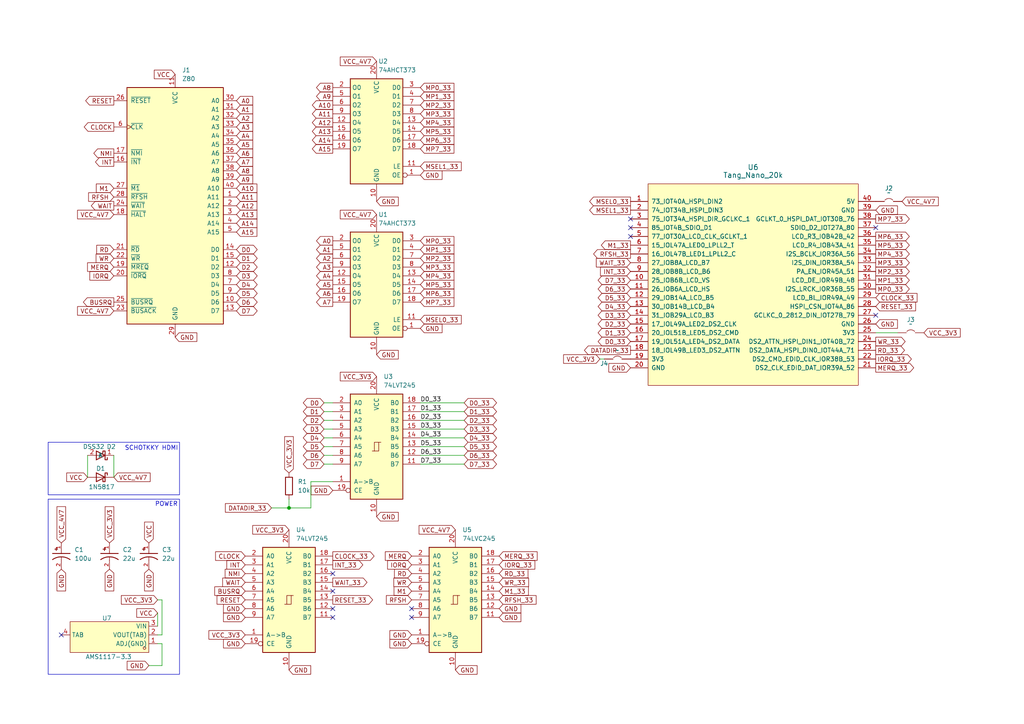
<source format=kicad_sch>
(kicad_sch (version 20231120) (generator "eeschema") (generator_version "8.0")
  (paper "A4")
  (title_block (title "MSX Goa'uld Rev4") (date "2024-05-28"))
  (lib_symbols
    (symbol "74xx:74AHCT373"
      (property "Reference" "U" (at -7.62 16.51 0))
      (property "Value" "74AHCT373" (at -7.62 -16.51 0))
      (symbol "74AHCT373_1_0"
        (pin input inverted (at -12.7 -12.7 0) (length 5.08) (name "OE") (number "1"))
        (pin power_in line (at 0 -20.32 90) (length 5.08) (name "GND") (number "10"))
        (pin input line (at -12.7 -10.16 0) (length 5.08) (name "LE") (number "11"))
        (pin tri_state line (at 12.7 2.54 180) (length 5.08) (name "O4") (number "12"))
        (pin input line (at -12.7 2.54 0) (length 5.08) (name "D4") (number "13"))
        (pin input line (at -12.7 0 0) (length 5.08) (name "D5") (number "14"))
        (pin tri_state line (at 12.7 0 180) (length 5.08) (name "O5") (number "15"))
        (pin tri_state line (at 12.7 -2.54 180) (length 5.08) (name "O6") (number "16"))
        (pin input line (at -12.7 -2.54 0) (length 5.08) (name "D6") (number "17"))
        (pin input line (at -12.7 -5.08 0) (length 5.08) (name "D7") (number "18"))
        (pin tri_state line (at 12.7 -5.08 180) (length 5.08) (name "O7") (number "19"))
        (pin tri_state line (at 12.7 12.7 180) (length 5.08) (name "O0") (number "2"))
        (pin power_in line (at 0 20.32 270) (length 5.08) (name "VCC") (number "20"))
        (pin input line (at -12.7 12.7 0) (length 5.08) (name "D0") (number "3"))
        (pin input line (at -12.7 10.16 0) (length 5.08) (name "D1") (number "4"))
        (pin tri_state line (at 12.7 10.16 180) (length 5.08) (name "O1") (number "5"))
        (pin tri_state line (at 12.7 7.62 180) (length 5.08) (name "O2") (number "6"))
        (pin input line (at -12.7 7.62 0) (length 5.08) (name "D2") (number "7"))
        (pin input line (at -12.7 5.08 0) (length 5.08) (name "D3") (number "8"))
        (pin tri_state line (at 12.7 5.08 180) (length 5.08) (name "O3") (number "9"))
      )
      (symbol "74AHCT373_1_1"
        (rectangle (start -7.62 15.24) (end 7.62 -15.24) (stroke (width 0.254)) (fill (type background)))
      )
    )
    (symbol "CPU:Z80CPU" (pin_names (offset 1.016))
      (property "Reference" "U" (at -13.97 35.56 0))
      (property "Value" "Z80CPU" (at 6.35 35.56 0))
      (symbol "Z80CPU_0_1"
        (rectangle (start -13.97 34.29) (end 13.97 -34.29) (stroke (width 0.254)) (fill (type background)))
      )
      (symbol "Z80CPU_1_1"
        (pin output line (at 17.78 2.54 180) (length 3.81) (name "A11") (number "1"))
        (pin bidirectional line (at 17.78 -27.94 180) (length 3.81) (name "D6") (number "10"))
        (pin power_in line (at 0 38.1 270) (length 3.81) (name "VCC") (number "11"))
        (pin bidirectional line (at 17.78 -17.78 180) (length 3.81) (name "D2") (number "12"))
        (pin bidirectional line (at 17.78 -30.48 180) (length 3.81) (name "D7") (number "13"))
        (pin bidirectional line (at 17.78 -12.7 180) (length 3.81) (name "D0") (number "14"))
        (pin bidirectional line (at 17.78 -15.24 180) (length 3.81) (name "D1") (number "15"))
        (pin input line (at -17.78 12.7 0) (length 3.81) (name "~{INT}") (number "16"))
        (pin input line (at -17.78 15.24 0) (length 3.81) (name "~{NMI}") (number "17"))
        (pin output line (at -17.78 -2.54 0) (length 3.81) (name "~{HALT}") (number "18"))
        (pin output line (at -17.78 -17.78 0) (length 3.81) (name "~{MREQ}") (number "19"))
        (pin output line (at 17.78 0 180) (length 3.81) (name "A12") (number "2"))
        (pin output line (at -17.78 -20.32 0) (length 3.81) (name "~{IORQ}") (number "20"))
        (pin output line (at -17.78 -12.7 0) (length 3.81) (name "~{RD}") (number "21"))
        (pin output line (at -17.78 -15.24 0) (length 3.81) (name "~{WR}") (number "22"))
        (pin output line (at -17.78 -30.48 0) (length 3.81) (name "~{BUSACK}") (number "23"))
        (pin input line (at -17.78 0 0) (length 3.81) (name "~{WAIT}") (number "24"))
        (pin input line (at -17.78 -27.94 0) (length 3.81) (name "~{BUSRQ}") (number "25"))
        (pin input line (at -17.78 30.48 0) (length 3.81) (name "~{RESET}") (number "26"))
        (pin output line (at -17.78 5.08 0) (length 3.81) (name "~{M1}") (number "27"))
        (pin output line (at -17.78 2.54 0) (length 3.81) (name "~{RFSH}") (number "28"))
        (pin power_in line (at 0 -38.1 90) (length 3.81) (name "GND") (number "29"))
        (pin output line (at 17.78 -2.54 180) (length 3.81) (name "A13") (number "3"))
        (pin output line (at 17.78 30.48 180) (length 3.81) (name "A0") (number "30"))
        (pin output line (at 17.78 27.94 180) (length 3.81) (name "A1") (number "31"))
        (pin output line (at 17.78 25.4 180) (length 3.81) (name "A2") (number "32"))
        (pin output line (at 17.78 22.86 180) (length 3.81) (name "A3") (number "33"))
        (pin output line (at 17.78 20.32 180) (length 3.81) (name "A4") (number "34"))
        (pin output line (at 17.78 17.78 180) (length 3.81) (name "A5") (number "35"))
        (pin output line (at 17.78 15.24 180) (length 3.81) (name "A6") (number "36"))
        (pin output line (at 17.78 12.7 180) (length 3.81) (name "A7") (number "37"))
        (pin output line (at 17.78 10.16 180) (length 3.81) (name "A8") (number "38"))
        (pin output line (at 17.78 7.62 180) (length 3.81) (name "A9") (number "39"))
        (pin output line (at 17.78 -5.08 180) (length 3.81) (name "A14") (number "4"))
        (pin output line (at 17.78 5.08 180) (length 3.81) (name "A10") (number "40"))
        (pin output line (at 17.78 -7.62 180) (length 3.81) (name "A15") (number "5"))
        (pin input clock (at -17.78 22.86 0) (length 3.81) (name "~{CLK}") (number "6"))
        (pin bidirectional line (at 17.78 -22.86 180) (length 3.81) (name "D4") (number "7"))
        (pin bidirectional line (at 17.78 -20.32 180) (length 3.81) (name "D3") (number "8"))
        (pin bidirectional line (at 17.78 -25.4 180) (length 3.81) (name "D5") (number "9"))
      )
    )
    (symbol "Device:R" (pin_numbers hide) (pin_names (offset 0))
      (property "Reference" "R" (at 2.032 0 90))
      (property "Value" "R" (at 0 0 90))
      (symbol "R_0_1"
        (rectangle (start -1.016 -2.54) (end 1.016 2.54) (stroke (width 0.254)))
      )
      (symbol "R_1_1"
        (pin passive line (at 0 3.81 270) (length 1.27) (name "~") (number "1"))
        (pin passive line (at 0 -3.81 90) (length 1.27) (name "~") (number "2"))
      )
    )
    (symbol "Diode:1N5817" (pin_numbers hide) (pin_names (offset 1.016) hide)
      (property "Reference" "D" (at 0 2.54 0))
      (property "Value" "1N5817" (at 0 -2.54 0))
      (symbol "1N5817_0_1"
        (polyline (pts (xy 1.27 0) (xy -1.27 0)))
        (polyline (pts (xy 1.27 1.27) (xy 1.27 -1.27) (xy -1.27 0) (xy 1.27 1.27)) (stroke (width 0.254)))
        (polyline (pts (xy -1.905 0.635) (xy -1.905 1.27) (xy -1.27 1.27) (xy -1.27 -1.27) (xy -0.635 -1.27) (xy -0.635 -0.635)) (stroke (width 0.254)))
      )
      (symbol "1N5817_1_1"
        (pin passive line (at -3.81 0 0) (length 2.54) (name "K") (number "1"))
        (pin passive line (at 3.81 0 180) (length 2.54) (name "A") (number "2"))
      )
    )
    (symbol "Mi_libreria:20SVPK680M" (pin_names (offset 1.016))
      (property "Reference" "C" (at -2.54 3.81 0))
      (property "Value" "20SVPK680M" (at -2.54 -5.08 0))
      (symbol "20SVPK680M_0_0"
        (rectangle (start -1.173 -1.532) (end -0.284 -1.405) (stroke (width 0.1)) (fill (type outline)))
        (rectangle (start -0.792 -1.913) (end -0.665 -1.024) (stroke (width 0.1)) (fill (type outline)))
        (polyline (pts (xy 0 0) (xy 0.508 0)) (stroke (width 0.1524)))
        (polyline (pts (xy 0.508 0) (xy 0.508 -2.54)) (stroke (width 0.254)))
        (polyline (pts (xy 0.508 2.54) (xy 0.508 0)) (stroke (width 0.254)))
        (polyline (pts (xy 2.54 0) (xy 1.524 0)) (stroke (width 0.1524)))
        (arc (start 2.286 2.54) (mid 1.4851 0) (end 2.286 -2.54) (stroke (width 0.254)))
        (pin passive line (at -2.54 0 0) (length 2.54) (name "~") (number "1"))
        (pin passive line (at 5.08 0 180) (length 2.54) (name "~") (number "2"))
      )
    )
    (symbol "Mi_libreria:SN74LVC245AN" (pin_names (offset 1.016))
      (property "Reference" "U" (at -7.62 16.51 0))
      (property "Value" "SN74LVC245AN" (at -7.62 -16.51 0))
      (symbol "SN74LVC245AN_1_0"
        (polyline (pts (xy -0.635 -1.27) (xy -0.635 1.27) (xy 0.635 1.27)))
        (polyline (pts (xy -1.27 -1.27) (xy 0.635 -1.27) (xy 0.635 1.27) (xy 1.27 1.27)))
        (pin input line (at -12.7 -10.16 0) (length 5.08) (name "A->B") (number "1"))
        (pin power_in line (at 0 -20.32 90) (length 5.08) (name "GND") (number "10"))
        (pin tri_state line (at 12.7 -5.08 180) (length 5.08) (name "B7") (number "11"))
        (pin tri_state line (at 12.7 -2.54 180) (length 5.08) (name "B6") (number "12"))
        (pin tri_state line (at 12.7 0 180) (length 5.08) (name "B5") (number "13"))
        (pin tri_state line (at 12.7 2.54 180) (length 5.08) (name "B4") (number "14"))
        (pin tri_state line (at 12.7 5.08 180) (length 5.08) (name "B3") (number "15"))
        (pin tri_state line (at 12.7 7.62 180) (length 5.08) (name "B2") (number "16"))
        (pin tri_state line (at 12.7 10.16 180) (length 5.08) (name "B1") (number "17"))
        (pin tri_state line (at 12.7 12.7 180) (length 5.08) (name "B0") (number "18"))
        (pin input inverted (at -12.7 -12.7 0) (length 5.08) (name "CE") (number "19"))
        (pin tri_state line (at -12.7 12.7 0) (length 5.08) (name "A0") (number "2"))
        (pin power_in line (at 0 20.32 270) (length 5.08) (name "VCC") (number "20"))
        (pin tri_state line (at -12.7 10.16 0) (length 5.08) (name "A1") (number "3"))
        (pin tri_state line (at -12.7 7.62 0) (length 5.08) (name "A2") (number "4"))
        (pin tri_state line (at -12.7 5.08 0) (length 5.08) (name "A3") (number "5"))
        (pin tri_state line (at -12.7 2.54 0) (length 5.08) (name "A4") (number "6"))
        (pin tri_state line (at -12.7 0 0) (length 5.08) (name "A5") (number "7"))
        (pin tri_state line (at -12.7 -2.54 0) (length 5.08) (name "A6") (number "8"))
        (pin tri_state line (at -12.7 -5.08 0) (length 5.08) (name "A7") (number "9"))
      )
      (symbol "SN74LVC245AN_1_1"
        (rectangle (start -7.62 15.24) (end 7.62 -15.24) (stroke (width 0.254)) (fill (type background)))
      )
    )
    (symbol "goauld-rev3:AMS1117-3.3_C347222"
      (property "Reference" "U" (at 0 7.62 0))
      (property "Value" "AMS1117-3.3_C347222" (at 0 -7.62 0))
      (symbol "AMS1117-3.3_C347222_0_1"
        (rectangle (start -12.7 5.08) (end 10.16 -3.81) (fill (type background)))
        (circle (center -11.43 3.81) (radius 0.38))
        (pin unspecified line (at -15.24 2.54 0) (length 2.54) (name "ADJ(GND)") (number "1"))
        (pin unspecified line (at -15.24 0 0) (length 2.54) (name "VOUT(TAB)") (number "2"))
        (pin unspecified line (at -15.24 -2.54 0) (length 2.54) (name "VIN") (number "3"))
        (pin unspecified line (at 12.7 0 180) (length 2.54) (name "TAB") (number "4"))
      )
    )
    (symbol "goauld-rev3:JUMPER" (pin_numbers hide) (pin_names (offset 0) hide)
      (property "Reference" "J" (at -2.286 -1.016 0))
      (symbol "JUMPER_0_1"
        (arc (start 1.143 0.381) (mid 0 0.8544) (end -1.143 0.381))
      )
      (symbol "JUMPER_1_1"
        (pin passive line (at -3.81 0 0) (length 2.54) (name "1") (number "1"))
        (pin passive line (at 3.81 0 180) (length 2.54) (name "2") (number "2"))
      )
    )
    (symbol "goauld-rev3:SCHOTTKY"
      (property "Reference" "D" (at 0 0 0))
      (symbol "SCHOTTKY_0_1"
        (polyline (pts (xy 1.27 -2.54) (xy -1.27 -2.54)))
        (polyline (pts (xy 1.27 -1.27) (xy 1.27 -3.81) (xy -1.27 -2.54) (xy 1.27 -1.27)) (stroke (width 0.254)))
        (polyline (pts (xy -1.905 -1.905) (xy -1.905 -1.27) (xy -1.27 -1.27) (xy -1.27 -3.81) (xy -0.635 -3.81) (xy -0.635 -3.175)) (stroke (width 0.254)))
      )
      (symbol "SCHOTTKY_1_1"
        (pin passive line (at -3.81 -2.54 0) (length 2.54) (name "K") (number "1"))
        (pin passive line (at 3.81 -2.54 180) (length 2.54) (name "A") (number "2"))
      )
    )
    (symbol "goauld-rev3:SMD_CAP_10V" (pin_names (offset 1.016))
      (property "Reference" "C" (at 3.048 -2.286 0))
      (symbol "SMD_CAP_10V_0_0"
        (rectangle (start -1.173 -1.532) (end -0.284 -1.405) (stroke (width 0.1)) (fill (type outline)))
        (rectangle (start -0.792 -1.913) (end -0.665 -1.024) (stroke (width 0.1)) (fill (type outline)))
        (polyline (pts (xy 0 0) (xy 0.508 0)) (stroke (width 0.1524)))
        (polyline (pts (xy 0.508 0) (xy 0.508 -2.54)) (stroke (width 0.254)))
        (polyline (pts (xy 0.508 2.54) (xy 0.508 0)) (stroke (width 0.254)))
        (polyline (pts (xy 2.54 0) (xy 1.524 0)) (stroke (width 0.1524)))
        (arc (start 2.286 2.54) (mid 1.4851 0) (end 2.286 -2.54) (stroke (width 0.254)))
        (pin passive line (at 5.08 0 180) (length 2.54) (name "~") (number "2"))
      )
      (symbol "SMD_CAP_10V_1_0"
        (pin passive line (at -2.54 0 0) (length 2.54) (name "") (number "1"))
      )
    )
    (symbol "goauld-rev3:Tang_Nano_20k" (pin_names (offset 1.016))
      (property "Reference" "U" (at -11.938 28.448 0))
      (property "Value" "Tang_Nano_20k" (at -6.35 28.702 0))
      (symbol "Tang_Nano_20k_1_0"
        (pin bidirectional line (at -35.56 22.86 0) (length 5) (name "73_IOT40A_HSPI_DIN2") (number "1"))
        (pin bidirectional line (at -35.56 0 0) (length 5) (name "25_IOB6B_LCD_VS") (number "10"))
        (pin bidirectional line (at -35.56 -2.54 0) (length 5) (name "26_IOB6A_LCD_HS") (number "11"))
        (pin bidirectional line (at -35.56 -5.08 0) (length 5) (name "29_IOB14A_LCD_B5") (number "12"))
        (pin bidirectional line (at -35.56 -7.62 0) (length 5) (name "30_IOB14B_LCD_B4") (number "13"))
        (pin bidirectional line (at -35.56 -10.16 0) (length 5) (name "31_IOB29A_LCD_B3") (number "14"))
        (pin bidirectional line (at -35.56 -12.7 0) (length 5) (name "17_IOL49A_LED2_DS2_CLK") (number "15"))
        (pin bidirectional line (at -35.56 -15.24 0) (length 5) (name "20_IOL51B_LED5_DS2_CMD") (number "16"))
        (pin bidirectional line (at -35.56 -17.78 0) (length 5) (name "19_IOL51A_LED4_DS2_DATA") (number "17"))
        (pin bidirectional line (at -35.56 -20.32 0) (length 5) (name "18_IOL49B_LED3_DS2_ATTN") (number "18"))
        (pin bidirectional line (at -35.56 -22.86 0) (length 5) (name "3V3") (number "19"))
        (pin bidirectional line (at -35.56 20.32 0) (length 5) (name "74_IOT34B_HSPI_DIN3") (number "2"))
        (pin bidirectional line (at -35.56 -25.4 0) (length 5) (name "GND") (number "20"))
        (pin bidirectional line (at 35.56 -25.4 180) (length 5) (name "DS2_CLK_EDID_DAT_IOR39A_52") (number "21"))
        (pin bidirectional line (at 35.56 -22.86 180) (length 5) (name "DS2_CMD_EDID_CLK_IOR38B_53") (number "22"))
        (pin bidirectional line (at 35.56 -20.32 180) (length 5) (name "DS2_DATA_HSPI_DIN0_IOT44A_71") (number "23"))
        (pin bidirectional line (at 35.56 -17.78 180) (length 5) (name "DS2_ATTN_HSPI_DIN1_IOT40B_72") (number "24"))
        (pin bidirectional line (at 35.56 -15.24 180) (length 5) (name "3V3") (number "25"))
        (pin bidirectional line (at 35.56 -12.7 180) (length 5) (name "GND") (number "26"))
        (pin bidirectional line (at 35.56 -10.16 180) (length 5) (name "GCLKC_0_2812_DIN_IOT27B_79") (number "27"))
        (pin bidirectional line (at 35.56 -7.62 180) (length 5) (name "HSPI_CSN_IOT4A_86") (number "28"))
        (pin bidirectional line (at 35.56 -5.08 180) (length 5) (name "LCD_BL_IOR49A_49") (number "29"))
        (pin bidirectional line (at -35.56 17.78 0) (length 5) (name "75_IOT34A_HSPI_DIR_GCLKC_1") (number "3"))
        (pin bidirectional line (at 35.56 -2.54 180) (length 5) (name "I2S_LRCK_IOR36B_55") (number "30"))
        (pin bidirectional line (at 35.56 0 180) (length 5) (name "LCD_DE_IOR49B_48") (number "31"))
        (pin bidirectional line (at 35.56 2.54 180) (length 5) (name "PA_EN_IOR45A_51") (number "32"))
        (pin bidirectional line (at 35.56 5.08 180) (length 5) (name "I2S_DIN_IOR38A_54") (number "33"))
        (pin bidirectional line (at 35.56 7.62 180) (length 5) (name "I2S_BCLK_IOR36A_56") (number "34"))
        (pin bidirectional line (at 35.56 10.16 180) (length 5) (name "LCD_R4_IOB43A_41") (number "35"))
        (pin bidirectional line (at 35.56 12.7 180) (length 5) (name "LCD_R3_IOB42B_42") (number "36"))
        (pin bidirectional line (at 35.56 15.24 180) (length 5) (name "SDIO_D2_IOT27A_80") (number "37"))
        (pin bidirectional line (at 35.56 17.78 180) (length 5) (name "GCLKT_0_HSPI_DAT_IOT30B_76") (number "38"))
        (pin bidirectional line (at 35.56 20.32 180) (length 5) (name "GND") (number "39"))
        (pin bidirectional line (at -35.56 15.24 0) (length 5) (name "85_IOT4B_SDIO_D1") (number "4"))
        (pin bidirectional line (at 35.56 22.86 180) (length 5) (name "5V") (number "40"))
        (pin bidirectional line (at -35.56 12.7 0) (length 5) (name "77_IOT30A_LCD_CLK_GCLKT_1") (number "5"))
        (pin bidirectional line (at -35.56 10.16 0) (length 5) (name "15_IOL47A_LED0_LPLL2_T") (number "6"))
        (pin bidirectional line (at -35.56 7.62 0) (length 5) (name "16_IOL47B_LED1_LPLL2_C") (number "7"))
        (pin bidirectional line (at -35.56 5.08 0) (length 5) (name "27_IOB8A_LCD_B7") (number "8"))
        (pin bidirectional line (at -35.56 2.54 0) (length 5) (name "28_IOB8B_LCD_B6") (number "9"))
      )
      (symbol "Tang_Nano_20k_1_1"
        (rectangle (start -30.48 27.94) (end 30.48 -30.48) (fill (type background)))
      )
    )
  )
  (junction (at 83.82 147.32))
  (no_connect (at 17.78 184.15))
  (no_connect (at 254 91.44))
  (no_connect (at 182.88 63.5))
  (no_connect (at 254 66.04))
  (no_connect (at 96.52 179.07))
  (no_connect (at 119.38 179.07))
  (no_connect (at 182.88 68.58))
  (no_connect (at 96.52 171.45))
  (no_connect (at 182.88 66.04))
  (no_connect (at 96.52 166.37))
  (no_connect (at 96.52 176.53))
  (no_connect (at 119.38 176.53))
  (wire (pts (xy 93.98 132.08) (xy 96.52 132.08)))
  (wire (pts (xy 93.98 116.84) (xy 96.52 116.84)))
  (wire (pts (xy 121.92 134.62) (xy 134.62 134.62)))
  (wire (pts (xy 121.92 124.46) (xy 134.62 124.46)))
  (wire (pts (xy 121.92 116.84) (xy 134.62 116.84)))
  (wire (pts (xy 93.98 134.62) (xy 96.52 134.62)))
  (wire (pts (xy 121.92 132.08) (xy 134.62 132.08)))
  (wire (pts (xy 93.98 129.54) (xy 96.52 129.54)))
  (wire (pts (xy 46.99 186.69) (xy 46.99 193.04)))
  (wire (pts (xy 121.92 121.92) (xy 134.62 121.92)))
  (wire (pts (xy 45.72 186.69) (xy 46.99 186.69)))
  (wire (pts (xy 45.72 177.8) (xy 45.72 181.61)))
  (wire (pts (xy 121.92 129.54) (xy 134.62 129.54)))
  (wire (pts (xy 46.99 184.15) (xy 45.72 184.15)))
  (wire (pts (xy 25.4 132.08) (xy 25.4 138.43)))
  (wire (pts (xy 93.98 127) (xy 96.52 127)))
  (wire (pts (xy 121.92 127) (xy 134.62 127)))
  (wire (pts (xy 254 96.52) (xy 260.35 96.52)))
  (wire (pts (xy 46.99 193.04) (xy 43.18 193.04)))
  (wire (pts (xy 173.99 104.14) (xy 175.26 104.14)))
  (wire (pts (xy 46.99 173.99) (xy 46.99 184.15)))
  (wire (pts (xy 90.17 139.7) (xy 90.17 147.32)))
  (wire (pts (xy 93.98 121.92) (xy 96.52 121.92)))
  (wire (pts (xy 90.17 139.7) (xy 96.52 139.7)))
  (wire (pts (xy 93.98 119.38) (xy 96.52 119.38)))
  (wire (pts (xy 93.98 124.46) (xy 96.52 124.46)))
  (wire (pts (xy 83.82 144.78) (xy 83.82 147.32)))
  (wire (pts (xy 45.72 173.99) (xy 46.99 173.99)))
  (wire (pts (xy 121.92 119.38) (xy 134.62 119.38)))
  (wire (pts (xy 33.02 132.08) (xy 33.02 138.43)))
  (wire (pts (xy 78.74 147.32) (xy 83.82 147.32)))
  (wire (pts (xy 83.82 147.32) (xy 90.17 147.32)))
  (rectangle (start 13.97 128.27) (end 52.07 143.51))
  (rectangle (start 13.97 144.78) (end 52.07 195.58))
  (text "SCHOTKKY HDMI" (at 43.942 130.048 0) (effects (font (size 1.27 1.27))))
  (text "POWER" (at 48.26 146.304 0) (effects (font (size 1.27 1.27))))
  (label "D0_33" (at 121.92 116.84 0))
  (label "D5_33" (at 121.92 129.54 0))
  (label "D4_33" (at 121.92 127 0))
  (label "D6_33" (at 121.92 132.08 0))
  (label "D3_33" (at 121.92 124.46 0))
  (label "D7_33" (at 121.92 134.62 0))
  (label "D2_33" (at 121.92 121.92 0))
  (label "D1_33" (at 121.92 119.38 0))
  (global_label "GND" (shape input) (at 109.22 58.42 0) (property "Intersheetrefs" "${INTERSHEET_REFS}" (effects (hide yes))))
  (global_label "GND" (shape input) (at 182.88 106.68 180) (property "Intersheetrefs" "${INTERSHEET_REFS}" (effects (hide yes))))
  (global_label "MP1_33" (shape input) (at 121.92 27.94 0) (property "Intersheetrefs" "${INTERSHEET_REFS}" (effects (hide yes))))
  (global_label "D1" (shape bidirectional) (at 68.58 74.93 0) (property "Intersheetrefs" "${INTERSHEET_REFS}" (effects (hide yes))))
  (global_label "D4" (shape bidirectional) (at 68.58 82.55 0) (property "Intersheetrefs" "${INTERSHEET_REFS}" (effects (hide yes))))
  (global_label "MP4_33" (shape input) (at 121.92 35.56 0) (property "Intersheetrefs" "${INTERSHEET_REFS}" (effects (hide yes))))
  (global_label "GND" (shape input) (at 31.75 165.1 270) (property "Intersheetrefs" "${INTERSHEET_REFS}" (effects (hide yes))))
  (global_label "MP3_33" (shape input) (at 121.92 33.02 0) (property "Intersheetrefs" "${INTERSHEET_REFS}" (effects (hide yes))))
  (global_label "MP0_33" (shape input) (at 121.92 25.4 0) (property "Intersheetrefs" "${INTERSHEET_REFS}" (effects (hide yes))))
  (global_label "WAIT_33" (shape output) (at 96.52 168.91 0) (property "Intersheetrefs" "${INTERSHEET_REFS}" (effects (hide yes))))
  (global_label "VCC_4V7" (shape input) (at 33.02 62.23 180) (property "Intersheetrefs" "${INTERSHEET_REFS}" (effects (hide yes))))
  (global_label "BUSRQ" (shape input) (at 71.12 171.45 180) (property "Intersheetrefs" "${INTERSHEET_REFS}" (effects (hide yes))))
  (global_label "WR" (shape input) (at 33.02 74.93 180) (property "Intersheetrefs" "${INTERSHEET_REFS}" (effects (hide yes))))
  (global_label "GND" (shape input) (at 121.92 95.25 0) (property "Intersheetrefs" "${INTERSHEET_REFS}" (effects (hide yes))))
  (global_label "GND" (shape input) (at 17.78 165.1 270) (property "Intersheetrefs" "${INTERSHEET_REFS}" (effects (hide yes))))
  (global_label "RD_33" (shape input) (at 144.78 166.37 0) (property "Intersheetrefs" "${INTERSHEET_REFS}" (effects (hide yes))))
  (global_label "VCC" (shape input) (at 43.18 157.48 90) (property "Intersheetrefs" "${INTERSHEET_REFS}" (effects (hide yes))))
  (global_label "GND" (shape input) (at 43.18 193.04 180) (property "Intersheetrefs" "${INTERSHEET_REFS}" (effects (hide yes))))
  (global_label "MP6_33" (shape output) (at 254 68.58 0) (property "Intersheetrefs" "${INTERSHEET_REFS}" (effects (hide yes))))
  (global_label "A2" (shape input) (at 68.58 34.29 0) (property "Intersheetrefs" "${INTERSHEET_REFS}" (effects (hide yes))))
  (global_label "D3" (shape bidirectional) (at 93.98 124.46 180) (property "Intersheetrefs" "${INTERSHEET_REFS}" (effects (hide yes))))
  (global_label "VCC_4V7" (shape input) (at 132.08 153.67 180) (property "Intersheetrefs" "${INTERSHEET_REFS}" (effects (hide yes))))
  (global_label "IORQ_33" (shape input) (at 144.78 163.83 0) (property "Intersheetrefs" "${INTERSHEET_REFS}" (effects (hide yes))))
  (global_label "MERQ_33" (shape input) (at 144.78 161.29 0) (property "Intersheetrefs" "${INTERSHEET_REFS}" (effects (hide yes))))
  (global_label "VCC_4V7" (shape input) (at 33.02 90.17 180) (property "Intersheetrefs" "${INTERSHEET_REFS}" (effects (hide yes))))
  (global_label "A4" (shape input) (at 68.58 39.37 0) (property "Intersheetrefs" "${INTERSHEET_REFS}" (effects (hide yes))))
  (global_label "A5" (shape input) (at 68.58 41.91 0) (property "Intersheetrefs" "${INTERSHEET_REFS}" (effects (hide yes))))
  (global_label "CLOCK_33" (shape output) (at 96.52 161.29 0) (property "Intersheetrefs" "${INTERSHEET_REFS}" (effects (hide yes))))
  (global_label "RD" (shape input) (at 33.02 72.39 180) (property "Intersheetrefs" "${INTERSHEET_REFS}" (effects (hide yes))))
  (global_label "A8" (shape output) (at 96.52 25.4 180) (property "Intersheetrefs" "${INTERSHEET_REFS}" (effects (hide yes))))
  (global_label "GND" (shape input) (at 119.38 184.15 180) (property "Intersheetrefs" "${INTERSHEET_REFS}" (effects (hide yes))))
  (global_label "A0" (shape input) (at 68.58 29.21 0) (property "Intersheetrefs" "${INTERSHEET_REFS}" (effects (hide yes))))
  (global_label "MP6_33" (shape input) (at 121.92 40.64 0) (property "Intersheetrefs" "${INTERSHEET_REFS}" (effects (hide yes))))
  (global_label "A13" (shape input) (at 68.58 62.23 0) (property "Intersheetrefs" "${INTERSHEET_REFS}" (effects (hide yes))))
  (global_label "D2" (shape bidirectional) (at 68.58 77.47 0) (property "Intersheetrefs" "${INTERSHEET_REFS}" (effects (hide yes))))
  (global_label "GND" (shape input) (at 43.18 165.1 270) (property "Intersheetrefs" "${INTERSHEET_REFS}" (effects (hide yes))))
  (global_label "A9" (shape input) (at 68.58 52.07 0) (property "Intersheetrefs" "${INTERSHEET_REFS}" (effects (hide yes))))
  (global_label "D6_33" (shape bidirectional) (at 134.62 132.08 0) (property "Intersheetrefs" "${INTERSHEET_REFS}" (effects (hide yes))))
  (global_label "D0" (shape bidirectional) (at 93.98 116.84 180) (property "Intersheetrefs" "${INTERSHEET_REFS}" (effects (hide yes))))
  (global_label "GND" (shape input) (at 50.8 97.79 0) (property "Intersheetrefs" "${INTERSHEET_REFS}" (effects (hide yes))))
  (global_label "RFSH_33" (shape input) (at 144.78 173.99 0) (property "Intersheetrefs" "${INTERSHEET_REFS}" (effects (hide yes))))
  (global_label "M1_33" (shape output) (at 182.88 71.12 180) (property "Intersheetrefs" "${INTERSHEET_REFS}" (effects (hide yes))))
  (global_label "D4_33" (shape bidirectional) (at 182.88 88.9 180) (property "Intersheetrefs" "${INTERSHEET_REFS}" (effects (hide yes))))
  (global_label "MERQ_33" (shape output) (at 254 106.68 0) (property "Intersheetrefs" "${INTERSHEET_REFS}" (effects (hide yes))))
  (global_label "A15" (shape input) (at 68.58 67.31 0) (property "Intersheetrefs" "${INTERSHEET_REFS}" (effects (hide yes))))
  (global_label "D0_33" (shape bidirectional) (at 134.62 116.84 0) (property "Intersheetrefs" "${INTERSHEET_REFS}" (effects (hide yes))))
  (global_label "D1_33" (shape bidirectional) (at 182.88 96.52 180) (property "Intersheetrefs" "${INTERSHEET_REFS}" (effects (hide yes))))
  (global_label "MP2_33" (shape input) (at 121.92 30.48 0) (property "Intersheetrefs" "${INTERSHEET_REFS}" (effects (hide yes))))
  (global_label "VCC_3V3" (shape input) (at 45.72 173.99 180) (property "Intersheetrefs" "${INTERSHEET_REFS}" (effects (hide yes))))
  (global_label "GND" (shape input) (at 71.12 186.69 180) (property "Intersheetrefs" "${INTERSHEET_REFS}" (effects (hide yes))))
  (global_label "A13" (shape output) (at 96.52 38.1 180) (property "Intersheetrefs" "${INTERSHEET_REFS}" (effects (hide yes))))
  (global_label "VCC_4V7" (shape input) (at 109.22 17.78 180) (property "Intersheetrefs" "${INTERSHEET_REFS}" (effects (hide yes))))
  (global_label "VCC_4V7" (shape input) (at 17.78 157.48 90) (property "Intersheetrefs" "${INTERSHEET_REFS}" (effects (hide yes))))
  (global_label "A7" (shape input) (at 68.58 46.99 0) (property "Intersheetrefs" "${INTERSHEET_REFS}" (effects (hide yes))))
  (global_label "D7" (shape bidirectional) (at 68.58 90.17 0) (property "Intersheetrefs" "${INTERSHEET_REFS}" (effects (hide yes))))
  (global_label "A14" (shape input) (at 68.58 64.77 0) (property "Intersheetrefs" "${INTERSHEET_REFS}" (effects (hide yes))))
  (global_label "CLOCK" (shape input) (at 71.12 161.29 180) (property "Intersheetrefs" "${INTERSHEET_REFS}" (effects (hide yes))))
  (global_label "D4_33" (shape bidirectional) (at 134.62 127 0) (property "Intersheetrefs" "${INTERSHEET_REFS}" (effects (hide yes))))
  (global_label "INT" (shape input) (at 71.12 163.83 180) (property "Intersheetrefs" "${INTERSHEET_REFS}" (effects (hide yes))))
  (global_label "A15" (shape output) (at 96.52 43.18 180) (property "Intersheetrefs" "${INTERSHEET_REFS}" (effects (hide yes))))
  (global_label "VCC_4V7" (shape input) (at 33.02 138.43 0) (property "Intersheetrefs" "${INTERSHEET_REFS}" (effects (hide yes))))
  (global_label "GND" (shape input) (at 254 93.98 0) (property "Intersheetrefs" "${INTERSHEET_REFS}" (effects (hide yes))))
  (global_label "DATADIR_33" (shape output) (at 182.88 101.6 180) (property "Intersheetrefs" "${INTERSHEET_REFS}" (effects (hide yes))))
  (global_label "D4" (shape bidirectional) (at 93.98 127 180) (property "Intersheetrefs" "${INTERSHEET_REFS}" (effects (hide yes))))
  (global_label "D3_33" (shape bidirectional) (at 182.88 91.44 180) (property "Intersheetrefs" "${INTERSHEET_REFS}" (effects (hide yes))))
  (global_label "VCC_3V3" (shape input) (at 109.22 109.22 180) (property "Intersheetrefs" "${INTERSHEET_REFS}" (effects (hide yes))))
  (global_label "A11" (shape output) (at 96.52 33.02 180) (property "Intersheetrefs" "${INTERSHEET_REFS}" (effects (hide yes))))
  (global_label "VCC_3V3" (shape input) (at 31.75 157.48 90) (property "Intersheetrefs" "${INTERSHEET_REFS}" (effects (hide yes))))
  (global_label "NMI" (shape output) (at 33.02 44.45 180) (property "Intersheetrefs" "${INTERSHEET_REFS}" (effects (hide yes))))
  (global_label "MP7_33" (shape input) (at 121.92 43.18 0) (property "Intersheetrefs" "${INTERSHEET_REFS}" (effects (hide yes))))
  (global_label "GND" (shape input) (at 132.08 194.31 0) (property "Intersheetrefs" "${INTERSHEET_REFS}" (effects (hide yes))))
  (global_label "MP5_33" (shape output) (at 254 71.12 0) (property "Intersheetrefs" "${INTERSHEET_REFS}" (effects (hide yes))))
  (global_label "MP7_33" (shape output) (at 254 63.5 0) (property "Intersheetrefs" "${INTERSHEET_REFS}" (effects (hide yes))))
  (global_label "D2_33" (shape bidirectional) (at 134.62 121.92 0) (property "Intersheetrefs" "${INTERSHEET_REFS}" (effects (hide yes))))
  (global_label "VCC" (shape input) (at 50.8 21.59 180) (property "Intersheetrefs" "${INTERSHEET_REFS}" (effects (hide yes))))
  (global_label "RD" (shape input) (at 119.38 166.37 180) (property "Intersheetrefs" "${INTERSHEET_REFS}" (effects (hide yes))))
  (global_label "MERQ" (shape input) (at 119.38 161.29 180) (property "Intersheetrefs" "${INTERSHEET_REFS}" (effects (hide yes))))
  (global_label "D0_33" (shape bidirectional) (at 182.88 99.06 180) (property "Intersheetrefs" "${INTERSHEET_REFS}" (effects (hide yes))))
  (global_label "D7_33" (shape bidirectional) (at 182.88 81.28 180) (property "Intersheetrefs" "${INTERSHEET_REFS}" (effects (hide yes))))
  (global_label "MP7_33" (shape input) (at 121.92 87.63 0) (property "Intersheetrefs" "${INTERSHEET_REFS}" (effects (hide yes))))
  (global_label "WR_33" (shape output) (at 254 99.06 0) (property "Intersheetrefs" "${INTERSHEET_REFS}" (effects (hide yes))))
  (global_label "A14" (shape output) (at 96.52 40.64 180) (property "Intersheetrefs" "${INTERSHEET_REFS}" (effects (hide yes))))
  (global_label "D6_33" (shape bidirectional) (at 182.88 83.82 180) (property "Intersheetrefs" "${INTERSHEET_REFS}" (effects (hide yes))))
  (global_label "A0" (shape output) (at 96.52 69.85 180) (property "Intersheetrefs" "${INTERSHEET_REFS}" (effects (hide yes))))
  (global_label "DATADIR_33" (shape input) (at 78.74 147.32 180) (property "Intersheetrefs" "${INTERSHEET_REFS}" (effects (hide yes))))
  (global_label "A6" (shape output) (at 96.52 85.09 180) (property "Intersheetrefs" "${INTERSHEET_REFS}" (effects (hide yes))))
  (global_label "D6" (shape bidirectional) (at 68.58 87.63 0) (property "Intersheetrefs" "${INTERSHEET_REFS}" (effects (hide yes))))
  (global_label "GND" (shape input) (at 109.22 149.86 0) (property "Intersheetrefs" "${INTERSHEET_REFS}" (effects (hide yes))))
  (global_label "MP2_33" (shape input) (at 121.92 74.93 0) (property "Intersheetrefs" "${INTERSHEET_REFS}" (effects (hide yes))))
  (global_label "MP3_33" (shape output) (at 254 76.2 0) (property "Intersheetrefs" "${INTERSHEET_REFS}" (effects (hide yes))))
  (global_label "WR" (shape input) (at 119.38 168.91 180) (property "Intersheetrefs" "${INTERSHEET_REFS}" (effects (hide yes))))
  (global_label "RESET" (shape output) (at 33.02 29.21 180) (property "Intersheetrefs" "${INTERSHEET_REFS}" (effects (hide yes))))
  (global_label "A3" (shape input) (at 68.58 36.83 0) (property "Intersheetrefs" "${INTERSHEET_REFS}" (effects (hide yes))))
  (global_label "A7" (shape output) (at 96.52 87.63 180) (property "Intersheetrefs" "${INTERSHEET_REFS}" (effects (hide yes))))
  (global_label "VCC_3V3" (shape input) (at 267.97 96.52 0) (property "Intersheetrefs" "${INTERSHEET_REFS}" (effects (hide yes))))
  (global_label "D5_33" (shape bidirectional) (at 182.88 86.36 180) (property "Intersheetrefs" "${INTERSHEET_REFS}" (effects (hide yes))))
  (global_label "IORQ_33" (shape output) (at 254 104.14 0) (property "Intersheetrefs" "${INTERSHEET_REFS}" (effects (hide yes))))
  (global_label "RESET_33" (shape output) (at 96.52 173.99 0) (property "Intersheetrefs" "${INTERSHEET_REFS}" (effects (hide yes))))
  (global_label "MP5_33" (shape input) (at 121.92 38.1 0) (property "Intersheetrefs" "${INTERSHEET_REFS}" (effects (hide yes))))
  (global_label "MP0_33" (shape output) (at 254 83.82 0) (property "Intersheetrefs" "${INTERSHEET_REFS}" (effects (hide yes))))
  (global_label "M1_33" (shape input) (at 144.78 171.45 0) (property "Intersheetrefs" "${INTERSHEET_REFS}" (effects (hide yes))))
  (global_label "GND" (shape input) (at 109.22 102.87 0) (property "Intersheetrefs" "${INTERSHEET_REFS}" (effects (hide yes))))
  (global_label "INT_33" (shape input) (at 182.88 78.74 180) (property "Intersheetrefs" "${INTERSHEET_REFS}" (effects (hide yes))))
  (global_label "A8" (shape input) (at 68.58 49.53 0) (property "Intersheetrefs" "${INTERSHEET_REFS}" (effects (hide yes))))
  (global_label "GND" (shape input) (at 71.12 176.53 180) (property "Intersheetrefs" "${INTERSHEET_REFS}" (effects (hide yes))))
  (global_label "A4" (shape output) (at 96.52 80.01 180) (property "Intersheetrefs" "${INTERSHEET_REFS}" (effects (hide yes))))
  (global_label "WAIT" (shape output) (at 33.02 59.69 180) (property "Intersheetrefs" "${INTERSHEET_REFS}" (effects (hide yes))))
  (global_label "VCC_3V3" (shape input) (at 83.82 137.16 90) (property "Intersheetrefs" "${INTERSHEET_REFS}" (effects (hide yes))))
  (global_label "A3" (shape output) (at 96.52 77.47 180) (property "Intersheetrefs" "${INTERSHEET_REFS}" (effects (hide yes))))
  (global_label "M1" (shape input) (at 119.38 171.45 180) (property "Intersheetrefs" "${INTERSHEET_REFS}" (effects (hide yes))))
  (global_label "D5" (shape bidirectional) (at 93.98 129.54 180) (property "Intersheetrefs" "${INTERSHEET_REFS}" (effects (hide yes))))
  (global_label "A5" (shape output) (at 96.52 82.55 180) (property "Intersheetrefs" "${INTERSHEET_REFS}" (effects (hide yes))))
  (global_label "D2" (shape bidirectional) (at 93.98 121.92 180) (property "Intersheetrefs" "${INTERSHEET_REFS}" (effects (hide yes))))
  (global_label "INT_33" (shape output) (at 96.52 163.83 0) (property "Intersheetrefs" "${INTERSHEET_REFS}" (effects (hide yes))))
  (global_label "D1" (shape bidirectional) (at 93.98 119.38 180) (property "Intersheetrefs" "${INTERSHEET_REFS}" (effects (hide yes))))
  (global_label "MSEL0_33" (shape output) (at 182.88 58.42 180) (property "Intersheetrefs" "${INTERSHEET_REFS}" (effects (hide yes))))
  (global_label "RFSH_33" (shape output) (at 182.88 73.66 180) (property "Intersheetrefs" "${INTERSHEET_REFS}" (effects (hide yes))))
  (global_label "D7" (shape bidirectional) (at 93.98 134.62 180) (property "Intersheetrefs" "${INTERSHEET_REFS}" (effects (hide yes))))
  (global_label "GND" (shape input) (at 144.78 179.07 0) (property "Intersheetrefs" "${INTERSHEET_REFS}" (effects (hide yes))))
  (global_label "CLOCK_33" (shape input) (at 254 86.36 0) (property "Intersheetrefs" "${INTERSHEET_REFS}" (effects (hide yes))))
  (global_label "GND" (shape input) (at 144.78 176.53 0) (property "Intersheetrefs" "${INTERSHEET_REFS}" (effects (hide yes))))
  (global_label "RESET" (shape input) (at 71.12 173.99 180) (property "Intersheetrefs" "${INTERSHEET_REFS}" (effects (hide yes))))
  (global_label "GND" (shape input) (at 71.12 179.07 180) (property "Intersheetrefs" "${INTERSHEET_REFS}" (effects (hide yes))))
  (global_label "WAIT_33" (shape input) (at 182.88 76.2 180) (property "Intersheetrefs" "${INTERSHEET_REFS}" (effects (hide yes))))
  (global_label "A10" (shape output) (at 96.52 30.48 180) (property "Intersheetrefs" "${INTERSHEET_REFS}" (effects (hide yes))))
  (global_label "RESET_33" (shape input) (at 254 88.9 0) (property "Intersheetrefs" "${INTERSHEET_REFS}" (effects (hide yes))))
  (global_label "A6" (shape input) (at 68.58 44.45 0) (property "Intersheetrefs" "${INTERSHEET_REFS}" (effects (hide yes))))
  (global_label "MP1_33" (shape input) (at 121.92 72.39 0) (property "Intersheetrefs" "${INTERSHEET_REFS}" (effects (hide yes))))
  (global_label "VCC" (shape input) (at 25.4 138.43 180) (property "Intersheetrefs" "${INTERSHEET_REFS}" (effects (hide yes))))
  (global_label "A1" (shape output) (at 96.52 72.39 180) (property "Intersheetrefs" "${INTERSHEET_REFS}" (effects (hide yes))))
  (global_label "D3_33" (shape bidirectional) (at 134.62 124.46 0) (property "Intersheetrefs" "${INTERSHEET_REFS}" (effects (hide yes))))
  (global_label "M1" (shape input) (at 33.02 54.61 180) (property "Intersheetrefs" "${INTERSHEET_REFS}" (effects (hide yes))))
  (global_label "INT" (shape output) (at 33.02 46.99 180) (property "Intersheetrefs" "${INTERSHEET_REFS}" (effects (hide yes))))
  (global_label "RFSH" (shape input) (at 119.38 173.99 180) (property "Intersheetrefs" "${INTERSHEET_REFS}" (effects (hide yes))))
  (global_label "D5_33" (shape bidirectional) (at 134.62 129.54 0) (property "Intersheetrefs" "${INTERSHEET_REFS}" (effects (hide yes))))
  (global_label "MP3_33" (shape input) (at 121.92 77.47 0) (property "Intersheetrefs" "${INTERSHEET_REFS}" (effects (hide yes))))
  (global_label "VCC_4V7" (shape input) (at 261.62 58.42 0) (property "Intersheetrefs" "${INTERSHEET_REFS}" (effects (hide yes))))
  (global_label "GND" (shape input) (at 254 60.96 0) (property "Intersheetrefs" "${INTERSHEET_REFS}" (effects (hide yes))))
  (global_label "D0" (shape bidirectional) (at 68.58 72.39 0) (property "Intersheetrefs" "${INTERSHEET_REFS}" (effects (hide yes))))
  (global_label "MP5_33" (shape input) (at 121.92 82.55 0) (property "Intersheetrefs" "${INTERSHEET_REFS}" (effects (hide yes))))
  (global_label "VCC_3V3" (shape input) (at 83.82 153.67 180) (property "Intersheetrefs" "${INTERSHEET_REFS}" (effects (hide yes))))
  (global_label "A2" (shape output) (at 96.52 74.93 180) (property "Intersheetrefs" "${INTERSHEET_REFS}" (effects (hide yes))))
  (global_label "GND" (shape input) (at 119.38 186.69 180) (property "Intersheetrefs" "${INTERSHEET_REFS}" (effects (hide yes))))
  (global_label "D2_33" (shape bidirectional) (at 182.88 93.98 180) (property "Intersheetrefs" "${INTERSHEET_REFS}" (effects (hide yes))))
  (global_label "MERQ" (shape input) (at 33.02 77.47 180) (property "Intersheetrefs" "${INTERSHEET_REFS}" (effects (hide yes))))
  (global_label "IORQ" (shape input) (at 33.02 80.01 180) (property "Intersheetrefs" "${INTERSHEET_REFS}" (effects (hide yes))))
  (global_label "VCC_3V3" (shape input) (at 71.12 184.15 180) (property "Intersheetrefs" "${INTERSHEET_REFS}" (effects (hide yes))))
  (global_label "RFSH" (shape input) (at 33.02 57.15 180) (property "Intersheetrefs" "${INTERSHEET_REFS}" (effects (hide yes))))
  (global_label "GND" (shape input) (at 96.52 142.24 180) (property "Intersheetrefs" "${INTERSHEET_REFS}" (effects (hide yes))))
  (global_label "RD_33" (shape output) (at 254 101.6 0) (property "Intersheetrefs" "${INTERSHEET_REFS}" (effects (hide yes))))
  (global_label "D7_33" (shape bidirectional) (at 134.62 134.62 0) (property "Intersheetrefs" "${INTERSHEET_REFS}" (effects (hide yes))))
  (global_label "MSEL0_33" (shape input) (at 121.92 92.71 0) (property "Intersheetrefs" "${INTERSHEET_REFS}" (effects (hide yes))))
  (global_label "A12" (shape input) (at 68.58 59.69 0) (property "Intersheetrefs" "${INTERSHEET_REFS}" (effects (hide yes))))
  (global_label "D3" (shape bidirectional) (at 68.58 80.01 0) (property "Intersheetrefs" "${INTERSHEET_REFS}" (effects (hide yes))))
  (global_label "GND" (shape input) (at 83.82 194.31 0) (property "Intersheetrefs" "${INTERSHEET_REFS}" (effects (hide yes))))
  (global_label "MSEL1_33" (shape input) (at 121.92 48.26 0) (property "Intersheetrefs" "${INTERSHEET_REFS}" (effects (hide yes))))
  (global_label "WAIT" (shape input) (at 71.12 168.91 180) (property "Intersheetrefs" "${INTERSHEET_REFS}" (effects (hide yes))))
  (global_label "MP2_33" (shape output) (at 254 78.74 0) (property "Intersheetrefs" "${INTERSHEET_REFS}" (effects (hide yes))))
  (global_label "VCC_3V3" (shape input) (at 173.99 104.14 180) (property "Intersheetrefs" "${INTERSHEET_REFS}" (effects (hide yes))))
  (global_label "A12" (shape output) (at 96.52 35.56 180) (property "Intersheetrefs" "${INTERSHEET_REFS}" (effects (hide yes))))
  (global_label "MP6_33" (shape input) (at 121.92 85.09 0) (property "Intersheetrefs" "${INTERSHEET_REFS}" (effects (hide yes))))
  (global_label "NMI" (shape input) (at 71.12 166.37 180) (property "Intersheetrefs" "${INTERSHEET_REFS}" (effects (hide yes))))
  (global_label "MP0_33" (shape input) (at 121.92 69.85 0) (property "Intersheetrefs" "${INTERSHEET_REFS}" (effects (hide yes))))
  (global_label "BUSRQ" (shape output) (at 33.02 87.63 180) (property "Intersheetrefs" "${INTERSHEET_REFS}" (effects (hide yes))))
  (global_label "CLOCK" (shape output) (at 33.02 36.83 180) (property "Intersheetrefs" "${INTERSHEET_REFS}" (effects (hide yes))))
  (global_label "MP4_33" (shape output) (at 254 73.66 0) (property "Intersheetrefs" "${INTERSHEET_REFS}" (effects (hide yes))))
  (global_label "MSEL1_33" (shape output) (at 182.88 60.96 180) (property "Intersheetrefs" "${INTERSHEET_REFS}" (effects (hide yes))))
  (global_label "A1" (shape input) (at 68.58 31.75 0) (property "Intersheetrefs" "${INTERSHEET_REFS}" (effects (hide yes))))
  (global_label "WR_33" (shape input) (at 144.78 168.91 0) (property "Intersheetrefs" "${INTERSHEET_REFS}" (effects (hide yes))))
  (global_label "D5" (shape bidirectional) (at 68.58 85.09 0) (property "Intersheetrefs" "${INTERSHEET_REFS}" (effects (hide yes))))
  (global_label "A11" (shape input) (at 68.58 57.15 0) (property "Intersheetrefs" "${INTERSHEET_REFS}" (effects (hide yes))))
  (global_label "VCC" (shape input) (at 45.72 177.8 180) (property "Intersheetrefs" "${INTERSHEET_REFS}" (effects (hide yes))))
  (global_label "D6" (shape bidirectional) (at 93.98 132.08 180) (property "Intersheetrefs" "${INTERSHEET_REFS}" (effects (hide yes))))
  (global_label "IORQ" (shape input) (at 119.38 163.83 180) (property "Intersheetrefs" "${INTERSHEET_REFS}" (effects (hide yes))))
  (global_label "GND" (shape input) (at 121.92 50.8 0) (property "Intersheetrefs" "${INTERSHEET_REFS}" (effects (hide yes))))
  (global_label "A9" (shape output) (at 96.52 27.94 180) (property "Intersheetrefs" "${INTERSHEET_REFS}" (effects (hide yes))))
  (global_label "D1_33" (shape bidirectional) (at 134.62 119.38 0) (property "Intersheetrefs" "${INTERSHEET_REFS}" (effects (hide yes))))
  (global_label "MP4_33" (shape input) (at 121.92 80.01 0) (property "Intersheetrefs" "${INTERSHEET_REFS}" (effects (hide yes))))
  (global_label "MP1_33" (shape output) (at 254 81.28 0) (property "Intersheetrefs" "${INTERSHEET_REFS}" (effects (hide yes))))
  (global_label "VCC_4V7" (shape input) (at 109.22 62.23 180) (property "Intersheetrefs" "${INTERSHEET_REFS}" (effects (hide yes))))
  (global_label "A10" (shape input) (at 68.58 54.61 0) (property "Intersheetrefs" "${INTERSHEET_REFS}" (effects (hide yes))))
  (symbol (lib_id "goauld-rev3:SMD_CAP_10V") (at 17.78 160.02 270) (unit 1)
    (property "Reference" "C1" (at 21.59 159.4465 90) (effects (justify left)))
    (property "Value" "100u" (at 21.59 161.9865 90) (effects (justify left)))
    (property "Footprint" "goauld-rev3:SMD_CAP_10V" (effects (hide yes)))
    (property "Description" "680 µF 20 V Aluminum - Polymer Capacitors Radial, Can - SMD 12mOhm 1000 Hrs @ 125°C" (effects (hide yes)))
    (property "MF" "Panasonic Electronic" (effects (hide yes)))
    (property "MAXIMUM_PACKAGE_HEIGHT" "12.6 mm" (effects (hide yes)))
    (property "Package" "RADIAL-2 Panasonic" (effects (hide yes)))
    (property "Price" "None" (effects (hide yes)))
    (property "Check_prices" "https://www.snapeda.com/parts/20SVPK680M/Panasonic+Electronic+Components/view-part/?ref=eda" (effects (hide yes)))
    (property "STANDARD" "Manufacturer Recommendations" (effects (hide yes)))
    (property "PARTREV" "28-Jun-19" (effects (hide yes)))
    (property "SnapEDA_Link" "https://www.snapeda.com/parts/20SVPK680M/Panasonic+Electronic+Components/view-part/?ref=snap" (effects (hide yes)))
    (property "MP" "20SVPK680M" (effects (hide yes)))
    (property "Purchase-URL" "https://www.snapeda.com/api/url_track_click_mouser/?unipart_id=3214140&manufacturer=Panasonic Electronic&part_name=20SVPK680M&search_term=solid capacitor" (effects (hide yes)))
    (property "Availability" "In Stock" (effects (hide yes)))
    (property "MANUFACTURER" "Panasonic" (effects (hide yes)))
  )
  (symbol (lib_id "goauld-rev3:Tang_Nano_20k") (at 218.44 81.28 0) (unit 1)
    (property "Reference" "U6" (at 218.44 48.514 0) (effects (font (size 1.4986 1.4986))))
    (property "Value" "Tang_Nano_20k" (at 218.44 50.8 0) (effects (font (size 1.4986 1.4986))))
    (property "Footprint" "goauld-rev3:TN20K" (effects (hide yes)))
  )
  (symbol (lib_id "Mi_libreria:SN74LVC245AN") (at 132.08 173.99 0) (unit 1)
    (property "Reference" "U5" (at 134.0994 153.67 0) (effects (justify left)))
    (property "Value" "74LVC245" (at 134.0994 156.21 0) (effects (justify left)))
    (property "Footprint" "goauld-rev3:TSSOP-20" (effects (hide yes)))
  )
  (symbol (lib_id "CPU:Z80CPU") (at 50.8 59.69 0) (unit 1)
    (property "Reference" "J1" (at 52.8194 20.32 0) (effects (justify left)))
    (property "Value" "Z80" (at 52.8194 22.86 0) (effects (justify left)))
    (property "Footprint" "goauld-rev3:Z80" (effects (hide yes)))
  )
  (symbol (lib_id "goauld-rev3:AMS1117-3.3_C347222") (at 30.48 184.15 180) (unit 1)
    (property "Reference" "U7" (at 30.988 179.324 0))
    (property "Value" "AMS1117-3.3" (at 31.496 190.5 0))
    (property "Footprint" "goauld-rev3:AMS1117_3V3" (effects (hide yes)))
    (property "LCSC Part" "C347222" (effects (hide yes)))
  )
  (symbol (lib_id "74xx:74AHCT373") (at 109.22 82.55 0) (mirror y) (unit 1)
    (property "Reference" "U1" (at 109.7406 62.23 0) (effects (justify right)))
    (property "Value" "74AHCT373" (at 109.7406 64.77 0) (effects (justify right)))
    (property "Footprint" "goauld-rev3:TSSOP-20" (effects (hide yes)))
  )
  (symbol (lib_id "goauld-rev3:SCHOTTKY") (at 29.21 134.62 180) (unit 1)
    (property "Reference" "D2" (at 32.258 129.54 0))
    (property "Value" "DSS32" (at 27.178 129.54 0))
    (property "Footprint" "goauld-rev3:schottky" (effects (hide yes)))
  )
  (symbol (lib_id "goauld-rev3:JUMPER") (at 179.07 104.14 0) (unit 1)
    (property "Reference" "J4" (at 175.26 105.41 0))
    (property "Value" "~" (at 179.07 101.6 0))
    (property "Footprint" "goauld-rev3:JUMPER" (effects (hide yes)))
  )
  (symbol (lib_id "goauld-rev3:JUMPER") (at 264.16 96.52 0) (unit 1)
    (property "Reference" "J3" (at 264.16 92.71 0))
    (property "Value" "~" (at 264.16 93.98 0))
    (property "Footprint" "goauld-rev3:JUMPER" (effects (hide yes)))
  )
  (symbol (lib_id "Mi_libreria:SN74LVC245AN") (at 109.22 129.54 0) (unit 1)
    (property "Reference" "U3" (at 111.2394 109.22 0) (effects (justify left)))
    (property "Value" "74LVT245" (at 111.2394 111.76 0) (effects (justify left)))
    (property "Footprint" "goauld-rev3:TSSOP-20" (effects (hide yes)))
  )
  (symbol (lib_id "Mi_libreria:20SVPK680M") (at 31.75 160.02 270) (unit 1)
    (property "Reference" "C2" (at 35.56 159.4466 90) (effects (justify left)))
    (property "Value" "22u" (at 35.56 161.9866 90) (effects (justify left)))
    (property "Footprint" "goauld-rev3:SMD_CAP_10V" (effects (hide yes)))
    (property "Description" "680 µF 20 V Aluminum - Polymer Capacitors Radial, Can - SMD 12mOhm 1000 Hrs @ 125°C" (effects (hide yes)))
    (property "MF" "Panasonic Electronic" (effects (hide yes)))
    (property "MAXIMUM_PACKAGE_HEIGHT" "12.6 mm" (effects (hide yes)))
    (property "Package" "RADIAL-2 Panasonic" (effects (hide yes)))
    (property "Price" "None" (effects (hide yes)))
    (property "Check_prices" "https://www.snapeda.com/parts/20SVPK680M/Panasonic+Electronic+Components/view-part/?ref=eda" (effects (hide yes)))
    (property "STANDARD" "Manufacturer Recommendations" (effects (hide yes)))
    (property "PARTREV" "28-Jun-19" (effects (hide yes)))
    (property "SnapEDA_Link" "https://www.snapeda.com/parts/20SVPK680M/Panasonic+Electronic+Components/view-part/?ref=snap" (effects (hide yes)))
    (property "MP" "20SVPK680M" (effects (hide yes)))
    (property "Purchase-URL" "https://www.snapeda.com/api/url_track_click_mouser/?unipart_id=3214140&manufacturer=Panasonic Electronic&part_name=20SVPK680M&search_term=solid capacitor" (effects (hide yes)))
    (property "Availability" "In Stock" (effects (hide yes)))
    (property "MANUFACTURER" "Panasonic" (effects (hide yes)))
  )
  (symbol (lib_id "Diode:1N5817") (at 29.21 138.43 0) (mirror y) (unit 1)
    (property "Reference" "D1" (at 29.21 135.89 0))
    (property "Value" "1N5817" (at 29.464 141.224 0))
    (property "Footprint" "goauld-rev3:SCHOTKKY_THT" (effects (hide yes)))
  )
  (symbol (lib_id "goauld-rev3:JUMPER") (at 257.81 58.42 0) (unit 1)
    (property "Reference" "J2" (at 257.81 54.61 0))
    (property "Value" "~" (at 257.81 55.88 0))
    (property "Footprint" "goauld-rev3:JUMPER" (effects (hide yes)))
  )
  (symbol (lib_id "Mi_libreria:20SVPK680M") (at 43.18 160.02 270) (unit 1)
    (property "Reference" "C3" (at 46.99 159.4466 90) (effects (justify left)))
    (property "Value" "22u" (at 46.99 161.9866 90) (effects (justify left)))
    (property "Footprint" "goauld-rev3:SMD_CAP_10V" (effects (hide yes)))
    (property "Description" "680 µF 20 V Aluminum - Polymer Capacitors Radial, Can - SMD 12mOhm 1000 Hrs @ 125°C" (effects (hide yes)))
    (property "MF" "Panasonic Electronic" (effects (hide yes)))
    (property "MAXIMUM_PACKAGE_HEIGHT" "12.6 mm" (effects (hide yes)))
    (property "Package" "RADIAL-2 Panasonic" (effects (hide yes)))
    (property "Price" "None" (effects (hide yes)))
    (property "Check_prices" "https://www.snapeda.com/parts/20SVPK680M/Panasonic+Electronic+Components/view-part/?ref=eda" (effects (hide yes)))
    (property "STANDARD" "Manufacturer Recommendations" (effects (hide yes)))
    (property "PARTREV" "28-Jun-19" (effects (hide yes)))
    (property "SnapEDA_Link" "https://www.snapeda.com/parts/20SVPK680M/Panasonic+Electronic+Components/view-part/?ref=snap" (effects (hide yes)))
    (property "MP" "20SVPK680M" (effects (hide yes)))
    (property "Purchase-URL" "https://www.snapeda.com/api/url_track_click_mouser/?unipart_id=3214140&manufacturer=Panasonic Electronic&part_name=20SVPK680M&search_term=solid capacitor" (effects (hide yes)))
    (property "Availability" "In Stock" (effects (hide yes)))
    (property "MANUFACTURER" "Panasonic" (effects (hide yes)))
  )
  (symbol (lib_id "74xx:74AHCT373") (at 109.22 38.1 0) (mirror y) (unit 1)
    (property "Reference" "U2" (at 109.7406 17.78 0) (effects (justify right)))
    (property "Value" "74AHCT373" (at 109.7406 20.32 0) (effects (justify right)))
    (property "Footprint" "goauld-rev3:TSSOP-20" (effects (hide yes)))
  )
  (symbol (lib_id "Device:R") (at 83.82 140.97 0) (unit 1)
    (property "Reference" "R1" (at 86.36 139.6999 0) (effects (justify left)))
    (property "Value" "10k" (at 86.36 142.2399 0) (effects (justify left)))
    (property "Footprint" "goauld-rev3:SMD_RES_2" (effects (hide yes)))
  )
  (symbol (lib_id "Mi_libreria:SN74LVC245AN") (at 83.82 173.99 0) (unit 1)
    (property "Reference" "U4" (at 85.8394 153.67 0) (effects (justify left)))
    (property "Value" "74LVT245" (at 85.8394 156.21 0) (effects (justify left)))
    (property "Footprint" "goauld-rev3:TSSOP-20" (effects (hide yes)))
  )
)
</source>
